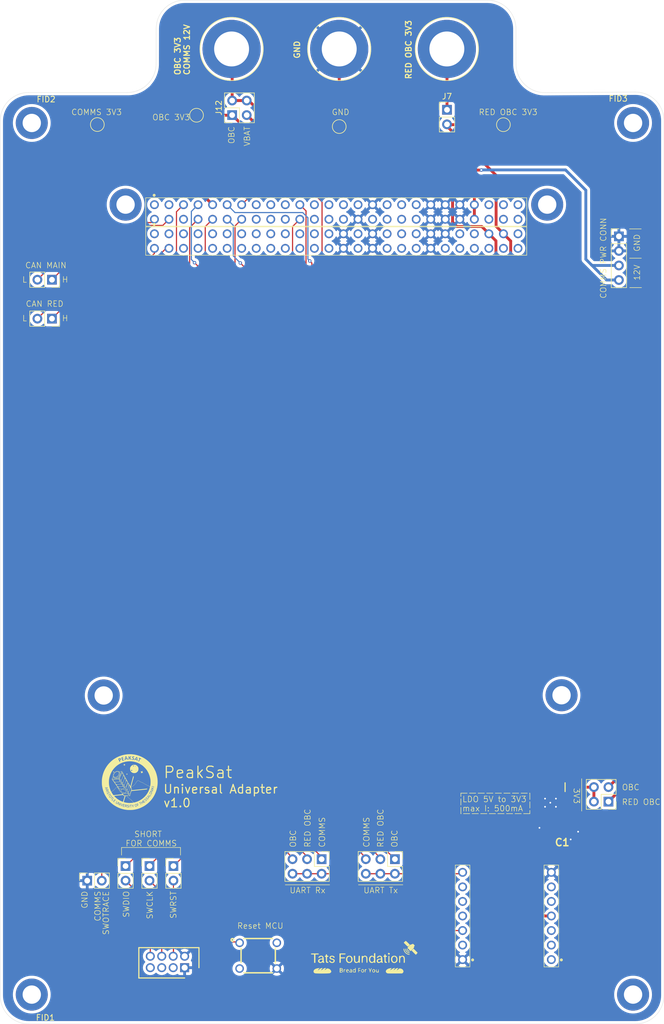
<source format=kicad_pcb>
(kicad_pcb (version 20240108) (generator "pcbnew") (generator_version "8.0")
  (layers (0 "F.Cu" signal) (31 "B.Cu" signal) (34 "B.Paste" user) (35 "F.Paste" user) (36 "B.SilkS" user "B.Silkscreen") (37 "F.SilkS" user "F.Silkscreen") (38 "B.Mask" user) (39 "F.Mask" user) (44 "Edge.Cuts" user))
  (net 0 "")
  (net 12 "/CANH_B")
  (net 17 "/RED_OBC_Tx")
  (net 18 "/CANL_B")
  (net 20 "GND")
  (net 22 "/COMMS_RST")
  (net 26 "/COMMS_3V3_REF")
  (net 30 "/COMMS_SWOTRACE")
  (net 36 "/COMMS_SWD")
  (net 37 "/OBC_Tx")
  (net 38 "/COMMS_SWCLK")
  (net 40 "/COMMS_Tx")
  (net 42 "/RED_OBC_Rx")
  (net 44 "/COMMS_Rx")
  (net 45 "/OBC_Rx")
  (net 50 "/UART_Tx")
  (net 51 "/UART_Rx")
  (net 53 "/COMMS_12V")
  (net 54 "Net-(J5-Pin_1)")
  (net 55 "/3V3_OBC")
  (net 56 "/3V3_RED_OBC")
  (net 57 "/SWRST")
  (net 60 "/SWDIO")
  (net 62 "/SWCLK")
  (net 68 "/CANL_A")
  (net 69 "/CANH_A")
  (net 118 "/USB_5V")
  (net 123 "/VBAT")
  (net 124 "/LDO_OUT")
  (footprint "TestPoint:TestPoint_Pad_D2.0mm" (layer "F.Cu") (at 92.35 34.775)
    (property "Reference" "TP2" (hide yes))
    (property "Value" "TestPoint" (hide yes))
  )
  (footprint "Connector_PinSocket_2.54mm:PinSocket_1x02_P2.54mm_Vertical" (layer "F.Cu") (at 67.1 70.3 -90)
    (property "Reference" "J20" (hide yes))
    (property "Value" "Conn_01x02_Pin" (hide yes))
  )
  (footprint "Fiducial:Fiducial_0.5mm_Mask1mm" (layer "F.Cu") (at 168.6 31.875)
    (property "Reference" "FID3")
    (property "Value" "Fiducial" (hide yes))
  )
  (footprint "LOGO" (layer "F.Cu") (at 121.475 181.754213)
    (property "Reference" "G***" (hide yes))
    (property "Value" "LOGO" (hide yes))
  )
  (footprint "MountingHole:MountingHole_3.2mm_M3_DIN965_Pad" (layer "F.Cu") (at 76.137 136.109)
    (property "Reference" "H7" (hide yes))
    (property "Value" "MountingHole_Pad" (hide yes))
  )
  (footprint "SamacSys_Parts:TSW-107-XX-YY-S" (layer "F.Cu") (at 154.325 182.24 90)
    (property "Reference" "J9" (hide yes))
    (property "Value" "TSW-107-24-L-S" (hide yes))
  )
  (footprint "MountingHole:MountingHole_3.2mm_M3_DIN965_Pad" (layer "F.Cu") (at 153.6 50.385)
    (property "Reference" "H6" (hide yes))
    (property "Value" "MountingHole_Pad" (hide yes))
  )
  (footprint "SamacSys_Parts:SHDR8W60P200_2X4_1000X500X690P" (layer "F.Cu") (at 90.275 183.65)
    (property "Reference" "J8" (hide yes))
    (property "Value" "DF11-8DP-2DSA_24_" (hide yes))
  )
  (footprint "SamacSys_Parts:CAPC2012X140N" (layer "F.Cu") (at 156.875 159.9 180)
    (property "Reference" "C1")
    (property "Value" "KAF21KR71H105KU" (hide yes))
  )
  (footprint "MountingHole:MountingHole_3.2mm_M3_DIN965_Pad" (layer "F.Cu") (at 156.107 136.069)
    (property "Reference" "H8" (hide yes))
    (property "Value" "MountingHole_Pad" (hide yes))
  )
  (footprint "Connector_PinHeader_2.54mm:PinHeader_1x02_P2.54mm_Vertical" (layer "F.Cu") (at 88.31875 165.9)
    (property "Reference" "J14" (hide yes))
    (property "Value" "Conn_01x02_Pin" (hide yes))
  )
  (footprint "Connector_PinHeader_2.54mm:PinHeader_2x03_P2.54mm_Vertical" (layer "F.Cu") (at 127 164.7 -90)
    (property "Reference" "J11" (hide yes))
    (property "Value" "Conn_02x03_Odd_Even" (hide yes))
  )
  (footprint "Connector:Banana_Jack_1Pin" (layer "F.Cu") (at 117.275 23.2)
    (property "Reference" "J4" (hide yes))
    (property "Value" "Conn_01x01_Socket" (hide yes))
  )
  (footprint "MountingHole:MountingHole_3.2mm_M3_DIN965_Pad" (layer "F.Cu") (at 168.6 36.125)
    (property "Reference" "H3" (hide yes))
    (property "Value" "MountingHole_Pad" (hide yes))
  )
  (footprint "MountingHole:MountingHole_3.2mm_M3_DIN965_Pad" (layer "F.Cu") (at 79.96 50.385)
    (property "Reference" "H5" (hide yes))
    (property "Value" "MountingHole_Pad" (hide yes))
  )
  (footprint "TestPoint:TestPoint_Pad_D2.0mm" (layer "F.Cu") (at 145.95 36.425)
    (property "Reference" "TP3" (hide yes))
    (property "Value" "TestPoint" (hide yes))
  )
  (footprint "Connector_PinHeader_2.54mm:PinHeader_1x04_P2.54mm_Vertical" (layer "F.Cu") (at 166.125 55.93)
    (property "Reference" "J10" (hide yes))
    (property "Value" "Conn_01x04_Pin" (hide yes))
  )
  (footprint "TestPoint:TestPoint_Pad_D2.0mm" (layer "F.Cu") (at 75.025 36.4)
    (property "Reference" "TP1" (hide yes))
    (property "Value" "TestPoint" (hide yes))
  )
  (footprint "SamacSys_Parts:SOIC127P600X170-9N" (layer "F.Cu") (at 154.145 154.838 -90)
    (property "Reference" "IC1" (hide yes))
    (property "Value" "TPS7B8633QDDARQ1" (hide yes))
  )
  (footprint "LOGO" (layer "F.Cu") (at 80.75 151.225)
    (property "Reference" "G***" (hide yes))
    (property "Value" "LOGO" (hide yes))
  )
  (footprint "SamacSys_Parts:TSW-107-XX-YY-S" (layer "F.Cu") (at 138.825 182.24 90)
    (property "Reference" "J2" (hide yes))
    (property "Value" "TSW-107-24-L-S" (hide yes))
  )
  (footprint "Connector_PinSocket_2.54mm:PinSocket_1x02_P2.54mm_Vertical" (layer "F.Cu") (at 73.26 168.45 90)
    (property "Reference" "J26" (hide yes))
    (property "Value" "Conn_01x02_Pin" (hide yes))
  )
  (footprint "MountingHole:MountingHole_3.2mm_M3_DIN965_Pad" (layer "F.Cu") (at 168.6 188.35)
    (property "Reference" "H4" (hide yes))
    (property "Value" "MountingHole_Pad" (hide yes))
  )
  (footprint "Connector_PinSocket_2.54mm:PinSocket_1x02_P2.54mm_Vertical" (layer "F.Cu") (at 67.1 63.5 -90)
    (property "Reference" "J21" (hide yes))
    (property "Value" "Conn_01x02_Pin" (hide yes))
  )
  (footprint "Fiducial:Fiducial_0.5mm_Mask1mm" (layer "F.Cu") (at 63.575 32)
    (property "Reference" "FID2")
    (property "Value" "Fiducial" (hide yes))
  )
  (footprint "Connector_PinHeader_2.54mm:PinHeader_1x02_P2.54mm_Vertical" (layer "F.Cu") (at 84.1375 165.9)
    (property "Reference" "J16" (hide yes))
    (property "Value" "Conn_01x02_Pin" (hide yes))
  )
  (footprint "TestPoint:TestPoint_Pad_D2.0mm" (layer "F.Cu") (at 117.275 36.75)
    (property "Reference" "TP4" (hide yes))
    (property "Value" "TestPoint" (hide yes))
  )
  (footprint "SamacSys_Parts:SSQ-126-XX-YYY-D" (layer "F.Cu") (at 84.998 50.401 180)
    (property "Reference" "J1" (hide yes))
    (property "Value" "SSQ-126-03-G-D" (hide yes))
  )
  (footprint "SamacSys_Parts:SSQ-126-XX-YYY-D" (layer "F.Cu") (at 84.998 55.481 180)
    (property "Reference" "J22" (hide yes))
    (property "Value" "SSQ-126-03-G-D" (hide yes))
  )
  (footprint "Fiducial:Fiducial_0.5mm_Mask1mm" (layer "F.Cu") (at 63.575 192.4)
    (property "Reference" "FID1")
    (property "Value" "Fiducial" (hide yes))
  )
  (footprint "Connector_PinHeader_2.54mm:PinHeader_2x02_P2.54mm_Vertical" (layer "F.Cu") (at 164.3 154.65 180)
    (property "Reference" "J6" (hide yes))
    (property "Value" "Conn_02x02_Odd_Even" (hide yes))
  )
  (footprint "MountingHole:MountingHole_3.2mm_M3_DIN965_Pad" (layer "F.Cu") (at 63.575 36.125)
    (property "Reference" "H1" (hide yes))
    (property "Value" "MountingHole_Pad" (hide yes))
  )
  (footprint "Connector:Banana_Jack_1Pin" (layer "F.Cu") (at 136.075 23.2)
    (property "Reference" "J5" (hide yes))
    (property "Value" "Conn_01x01_Socket" (hide yes))
  )
  (footprint "Connector_PinHeader_2.54mm:PinHeader_2x03_P2.54mm_Vertical" (layer "F.Cu") (at 114.2 164.7 -90)
    (property "Reference" "J13" (hide yes))
    (property "Value" "Conn_02x03_Odd_Even" (hide yes))
  )
  (footprint "Connector:Banana_Jack_1Pin" (layer "F.Cu") (at 98.475 23.2)
    (property "Reference" "J3" (hide yes))
    (property "Value" "Conn_01x01_Socket" (hide yes))
  )
  (footprint "SamacSys_Parts:FSM4JH" (layer "F.Cu") (at 103.125 181.55)
    (property "Reference" "S1" (hide yes))
    (property "Value" "FSM4JH" (hide yes))
  )
  (footprint "MountingHole:MountingHole_3.2mm_M3_DIN965_Pad" (layer "F.Cu") (at 63.575 188.35)
    (property "Reference" "H2" (hide yes))
    (property "Value" "MountingHole_Pad" (hide yes))
  )
  (footprint "Connector_PinHeader_2.54mm:PinHeader_2x02_P2.54mm_Vertical" (layer "F.Cu") (at 98.575 34.75 90)
    (property "Reference" "J12")
    (property "Value" "Conn_02x02_Odd_Even" (hide yes))
  )
  (footprint "Connector_PinHeader_2.54mm:PinHeader_1x02_P2.54mm_Vertical" (layer "F.Cu") (at 136.1 33.825)
    (property "Reference" "J7")
    (property "Value" "Conn_01x02_Pin" (hide yes))
  )
  (footprint "Connector_PinHeader_2.54mm:PinHeader_1x02_P2.54mm_Vertical" (layer "F.Cu") (at 79.95625 165.9)
    (property "Reference" "J17" (hide yes))
    (property "Value" "Conn_01x02_Pin" (hide yes))
  )
  (gr_line (start 107.86 169.175) (end 115.6 169.175) (stroke (width 0.1)) (layer "F.SilkS"))
  (gr_line (start 79.25 162.66) (end 89.55 162.66) (stroke (width 0.1)) (layer "F.SilkS"))
  (gr_line (start 79.25 162.66) (end 79.25 163.99) (stroke (width 0.1)) (layer "F.SilkS"))
  (gr_line (start 167.975 54.625) (end 170.025 54.625) (stroke (width 0.1)) (layer "F.SilkS"))
  (gr_rect (start 138.525 153.175) (end 150.575 156.75) (stroke (width 0.1) (type dash)) (fill none) (layer "F.SilkS"))
  (gr_line (start 89.55 162.66) (end 89.55 163.99) (stroke (width 0.1)) (layer "F.SilkS"))
  (gr_line (start 159.625 150.65) (end 159.625 156.3) (stroke (width 0.1)) (layer "F.SilkS"))
  (gr_line (start 167.996 59.744047) (end 170.046 59.744047) (stroke (width 0.1)) (layer "F.SilkS"))
  (gr_line (start 168.025 64.875) (end 170.075 64.875) (stroke (width 0.1)) (layer "F.SilkS"))
  (gr_line (start 120.64 169.175) (end 128.38 169.175) (stroke (width 0.1)) (layer "F.SilkS"))
  (gr_arc (start 153.169791 30.819004) (mid 149.634345 29.360621) (end 148.163801 25.830217) (stroke (width 0.05)) (layer "Edge.Cuts"))
  (gr_arc (start 143.15 14.675) (mid 146.685534 16.139466) (end 148.150001 19.67519) (stroke (width 0.05)) (layer "Edge.Cuts"))
  (gr_line (start 58.05 188.475) (end 58.05 35.8) (stroke (width 0.05)) (layer "Edge.Cuts"))
  (gr_line (start 90.3 14.675) (end 143.15 14.675) (stroke (width 0.05)) (layer "Edge.Cuts"))
  (gr_line (start 174 35.825) (end 174 188.475) (stroke (width 0.05)) (layer "Edge.Cuts"))
  (gr_arc (start 58.05 35.8) (mid 59.514466 32.264466) (end 63.05 30.8) (stroke (width 0.05)) (layer "Edge.Cuts"))
  (gr_arc (start 63.05 193.475) (mid 59.514466 192.010534) (end 58.05 188.475) (stroke (width 0.05)) (layer "Edge.Cuts"))
  (gr_line (start 63.05 30.8) (end 80.286223 30.8) (stroke (width 0.05)) (layer "Edge.Cuts"))
  (gr_arc (start 168.993905 30.724005) (mid 172.569287 32.222118) (end 173.999999 35.825) (stroke (width 0.05)) (layer "Edge.Cuts"))
  (gr_arc (start 174 188.475) (mid 172.535534 192.010534) (end 169 193.475) (stroke (width 0.05)) (layer "Edge.Cuts"))
  (gr_arc (start 85.286211 25.811236) (mid 83.817783 29.339505) (end 80.286223 30.8) (stroke (width 0.05)) (layer "Edge.Cuts"))
  (gr_line (start 169 193.475) (end 63.05 193.475) (stroke (width 0.05)) (layer "Edge.Cuts"))
  (gr_line (start 148.150001 19.67519) (end 148.163801 25.830217) (stroke (width 0.05)) (layer "Edge.Cuts"))
  (gr_line (start 85.286211 25.811236) (end 85.300051 19.652363) (stroke (width 0.05)) (layer "Edge.Cuts"))
  (gr_line (start 153.169791 30.819004) (end 168.993905 30.724005) (stroke (width 0.05)) (layer "Edge.Cuts"))
  (gr_arc (start 85.300051 19.652363) (mid 86.764466 16.139466) (end 90.3 14.675) (stroke (width 0.05)) (layer "Edge.Cuts"))
  (gr_text "UART Rx" (at 108.560952 170.725 0) (layer "F.SilkS") (effects (font (size 1 1) (thickness 0.1)) (justify left bottom)))
  (gr_text "RED OBC" (at 125.075 162.7 90) (layer "F.SilkS") (effects (font (size 1 1) (thickness 0.1)) (justify left bottom)))
  (gr_text "SWCLK" (at 84.783334 175.232143 90) (layer "F.SilkS") (effects (font (size 1 1) (thickness 0.1)) (justify left bottom)))
  (gr_text "RED OBC 3V3\n" (at 129.975 28.575 90) (layer "F.SilkS") (effects (font (size 1 1) (thickness 0.2) (bold yes)) (justify left bottom)))
  (gr_text "L" (at 61.85 70.825 0) (layer "F.SilkS") (effects (font (size 1 1) (thickness 0.1)) (justify left bottom)))
  (gr_text "GND" (at 115.925 34.825 0) (layer "F.SilkS") (effects (font (size 1 1) (thickness 0.1)) (justify left bottom)))
  (gr_text "OBC 3V3" (at 84.575 35.725 0) (layer "F.SilkS") (effects (font (size 1 1) (thickness 0.1)) (justify left bottom)))
  (gr_text "12V" (at 169.875 63.7 90) (layer "F.SilkS") (effects (font (size 1 1) (thickness 0.1)) (justify left bottom)))
  (gr_text "SWDIO" (at 80.666668 174.946428 90) (layer "F.SilkS") (effects (font (size 1 1) (thickness 0.1)) (justify left bottom)))
  (gr_text "SWOTRACE" (at 77.125 177.994048 90) (layer "F.SilkS") (effects (font (size 1 1) (thickness 0.1)) (justify left bottom)))
  (gr_text "  SHORT\nFOR COMMS" (at 79.9 162.525 0) (layer "F.SilkS") (effects (font (size 1 1) (thickness 0.1)) (justify left bottom)))
  (gr_text "Universal Adapter\nv1.0" (at 86.466574 155.757781 0) (layer "F.SilkS") (effects (font (size 1.5 1.5) (thickness 0.2) (bold yes)) (justify left bottom)))
  (gr_text "OBC" (at 127.525 162.7 90) (layer "F.SilkS") (effects (font (size 1 1) (thickness 0.1)) (justify left bottom)))
  (gr_text "RED OBC" (at 166.6 155.3 0) (layer "F.SilkS") (effects (font (size 1 1) (thickness 0.1)) (justify left bottom)))
  (gr_text "L" (at 61.85 64.075 0) (layer "F.SilkS") (effects (font (size 1 1) (thickness 0.1)) (justify left bottom)))
  (gr_text "COMMS" (at 75.675 175.613095 90) (layer "F.SilkS") (effects (font (size 1 1) (thickness 0.1)) (justify left bottom)))
  (gr_text "GND" (at 73.4 173.375 90) (layer "F.SilkS") (effects (font (size 1 1) (thickness 0.1)) (justify left bottom)))
  (gr_text "VBAT" (at 101.775 40.253572 90) (layer "F.SilkS") (effects (font (size 1 1) (thickness 0.1)) (justify left bottom)))
  (gr_text "RED OBC" (at 112.3375 162.7 90) (layer "F.SilkS") (effects (font (size 1 1) (thickness 0.1)) (justify left bottom)))
  (gr_text "OBC" (at 109.8 162.7 90) (layer "F.SilkS") (effects (font (size 1 1) (thickness 0.1)) (justify left bottom)))
  (gr_text "UART Tx" (at 121.46 170.725 0) (layer "F.SilkS") (effects (font (size 1 1) (thickness 0.1)) (justify left bottom)))
  (gr_text "3V3" (at 158.15 152.2 270) (layer "F.SilkS") (effects (font (size 1 1) (thickness 0.1)) (justify left bottom)))
  (gr_text "CAN RED" (at 62.475 68.3 0) (layer "F.SilkS") (effects (font (size 1 1) (thickness 0.1)) (justify left bottom)))
  (gr_text "COMMS 3V3" (at 70.425 34.825 0) (layer "F.SilkS") (effects (font (size 1 1) (thickness 0.1)) (justify left bottom)))
  (gr_text "COMMS PWR CONN" (at 164 66.85 90) (layer "F.SilkS") (effects (font (size 1 1) (thickness 0.1)) (justify left bottom)))
  (gr_text "Reset MCU" (at 99.4 176.925 0) (layer "F.SilkS") (effects (font (size 1 1) (thickness 0.1)) (justify left bottom)))
  (gr_text "OBC" (at 99.05 39.825 90) (layer "F.SilkS") (effects (font (size 1 1) (thickness 0.1)) (justify left bottom)))
  (gr_text "H" (at 68.8 64.075 0) (layer "F.SilkS") (effects (font (size 1 1) (thickness 0.1)) (justify left bottom)))
  (gr_text "H" (at 68.8 70.825 0) (layer "F.SilkS") (effects (font (size 1 1) (thickness 0.1)) (justify left bottom)))
  (gr_text "OBC" (at 166.6 152.73 0) (layer "F.SilkS") (effects (font (size 1 1) (thickness 0.1)) (justify left bottom)))
  (gr_text "OBC 3V3\nCOMMS 12V" (at 91.25 27.860714 90) (layer "F.SilkS") (effects (font (size 1 1) (thickness 0.2) (bold yes)) (justify left bottom)))
  (gr_text "COMMS" (at 114.875 162.7 90) (layer "F.SilkS") (effects (font (size 1 1) (thickness 0.1)) (justify left bottom)))
  (gr_text "CAN MAIN" (at 62.375 61.575 0) (layer "F.SilkS") (effects (font (size 1 1) (thickness 0.1)) (justify left bottom)))
  (gr_text "LDO 5V to 3V3\nmax I: 500mA\n" (at 138.725 156.425 0) (layer "F.SilkS") (effects (font (size 1 1) (thickness 0.1)) (justify left bottom)))
  (gr_text "GND\n" (at 169.875 58.65 90) (layer "F.SilkS") (effects (font (size 1 1) (thickness 0.1)) (justify left bottom)))
  (gr_text "PeakSat" (at 86.466574 150.706491 0) (layer "F.SilkS") (effects (font (size 2 2) (thickness 0.2) (bold yes)) (justify left bottom)))
  (gr_text "COMMS" (at 122.625 162.7 90) (layer "F.SilkS") (effects (font (size 1 1) (thickness 0.1)) (justify left bottom)))
  (gr_text "RED OBC 3V3\n" (at 141.6 34.825 0) (layer "F.SilkS") (effects (font (size 1 1) (thickness 0.1)) (justify left bottom)))
  (gr_text "GND\n" (at 110.5 24.979762 90) (layer "F.SilkS") (effects (font (size 1 1) (thickness 0.2) (bold yes)) (justify left bottom)))
  (gr_text "SWRST" (at 88.9 175.136905 90) (layer "F.SilkS") (effects (font (size 1 1) (thickness 0.1)) (justify left bottom)))
  (segment (start 68.725 61.875) (end 67.1 63.5) (width 0.2) (layer "F.Cu") (net 12))
  (segment (start 74.75 61.875) (end 68.725 61.875) (width 0.2) (layer "F.Cu") (net 12))
  (segment (start 87.538 52.941) (end 86.463 54.016) (width 0.2) (layer "F.Cu") (net 12))
  (segment (start 82.609 54.016) (end 74.75 61.875) (width 0.2) (layer "F.Cu") (net 12))
  (segment (start 86.463 54.016) (end 82.609 54.016) (width 0.2) (layer "F.Cu") (net 12))
  (segment (start 100.575 153.15) (end 100.575 61.15) (width 0.2) (layer "F.Cu") (net 17))
  (segment (start 111.66 164.7) (end 111.66 164.235) (width 0.2) (layer "F.Cu") (net 17))
  (segment (start 100.575 61.15) (end 100 60.575) (width 0.2) (layer "F.Cu") (net 17))
  (segment (start 111.66 164.235) (end 100.575 153.15) (width 0.2) (layer "F.Cu") (net 17))
  (via (at 100 60.575) (size 0.6) (drill 0.3) (layers "F.Cu" "B.Cu") (net 17))
  (segment (start 100 60.575) (end 98.773 59.348) (width 0.2) (layer "B.Cu") (net 17))
  (segment (start 98.773 59.348) (end 98.773 54.016) (width 0.2) (layer "B.Cu") (net 17))
  (segment (start 98.773 54.016) (end 97.698 52.941) (width 0.2) (layer "B.Cu") (net 17))
  (segment (start 84.998 52.941) (end 84.414 53.525) (width 0.2) (layer "F.Cu") (net 18))
  (segment (start 74.375 61.25) (end 66.81 61.25) (width 0.2) (layer "F.Cu") (net 18))
  (segment (start 84.414 53.525) (end 82.1 53.525) (width 0.2) (layer "F.Cu") (net 18))
  (segment (start 82.1 53.525) (end 74.375 61.25) (width 0.2) (layer "F.Cu") (net 18))
  (segment (start 66.81 61.25) (end 64.56 63.5) (width 0.2) (layer "F.Cu") (net 18))
  (segment (start 157.685 159.9) (end 157.685 161.235) (width 0.5) (layer "F.Cu") (net 20))
  (segment (start 152.24 159.215) (end 152.25 159.225) (width 0.2) (layer "F.Cu") (net 20))
  (segment (start 157.685 161.235) (end 157.7 161.25) (width 0.2) (layer "F.Cu") (net 20))
  (segment (start 117.275 36.75) (end 117.275 23.2) (width 0.5) (layer "F.Cu") (net 20))
  (segment (start 152.24 157.55) (end 152.24 159.215) (width 0.5) (layer "F.Cu") (net 20))
  (segment (start 157.685 159.9) (end 159 159.9) (width 0.5) (layer "F.Cu") (net 20))
  (via (at 154.145 154.838) (size 0.6) (drill 0.3) (layers "F.Cu" "B.Cu") (net 20))
  (via (at 159 159.9) (size 0.6) (drill 0.3) (layers "F.Cu" "B.Cu") (net 20))
  (via (at 155.125 155.55) (size 0.6) (drill 0.3) (layers "F.Cu" "B.Cu") (net 20))
  (via (at 153.225 155.55) (size 0.6) (drill 0.3) (layers "F.Cu" "B.Cu") (net 20))
  (via (at 153.225 154.125) (size 0.6) (drill 0.3) (layers "F.Cu" "B.Cu") (net 20))
  (via (at 157.7 161.25) (size 0.6) (drill 0.3) (layers "F.Cu" "B.Cu") (net 20))
  (via (at 152.25 159.225) (size 0.6) (drill 0.3) (layers "F.Cu" "B.Cu") (net 20))
  (via (at 155.125 154.125) (size 0.6) (drill 0.3) (layers "F.Cu" "B.Cu") (net 20))
  (segment (start 93.875 160.375) (end 93.875 54.224) (width 0.2) (layer "F.Cu") (net 22))
  (segment (start 93.875 54.224) (end 95.158 52.941) (width 0.2) (layer "F.Cu") (net 22))
  (segment (start 88.31875 165.9) (end 88.35 165.9) (width 0.2) (layer "F.Cu") (net 22))
  (segment (start 88.35 165.9) (end 93.875 160.375) (width 0.2) (layer "F.Cu") (net 22))
  (segment (start 75.025 36.4) (end 81.157 36.4) (width 0.5) (layer "F.Cu") (net 26))
  (segment (start 81.157 36.4) (end 95.158 50.401) (width 0.5) (layer "F.Cu") (net 26))
  (segment (start 90.078 50.401) (end 88.85 51.629) (width 0.2) (layer "F.Cu") (net 30))
  (segment (start 75.8 165.75) (end 75.8 168.45) (width 0.2) (layer "F.Cu") (net 30))
  (segment (start 88.85 152.7) (end 75.8 165.75) (width 0.2) (layer "F.Cu") (net 30))
  (segment (start 88.85 51.629) (end 88.85 152.7) (width 0.2) (layer "F.Cu") (net 30))
  (segment (start 79.95625 165.9) (end 80.025 165.9) (width 0.2) (layer "F.Cu") (net 36))
  (segment (start 91.15 58.43928) (end 91.153 58.43628) (width 0.2) (layer "F.Cu") (net 36))
  (segment (start 91.153 58.43628) (end 91.153 54.406) (width 0.2) (layer "F.Cu") (net 36))
  (segment (start 91.153 54.406) (end 92.618 52.941) (width 0.2) (layer "F.Cu") (net 36))
  (segment (start 80.025 165.9) (end 91.15 154.775) (width 0.2) (layer "F.Cu") (net 36))
  (segment (start 91.15 154.775) (end 91.15 58.43928) (width 0.2) (layer "F.Cu") (net 36))
  (segment (start 99.075 154.4) (end 99.075 54.104) (width 0.2) (layer "F.Cu") (net 37))
  (segment (start 109.12 164.7) (end 109.12 164.445) (width 0.2) (layer "F.Cu") (net 37))
  (segment (start 109.12 164.445) (end 99.075 154.4) (width 0.2) (layer "F.Cu") (net 37))
  (segment (start 99.075 54.104) (end 100.238 52.941) (width 0.2) (layer "F.Cu") (net 37))
  (segment (start 92.525 157.425) (end 84.1375 165.8125) (width 0.2) (layer "F.Cu") (net 38))
  (segment (start 92.525 61.05) (end 92.525 157.425) (width 0.2) (layer "F.Cu") (net 38))
  (segment (start 92 60.525) (end 92.525 61.05) (width 0.2) (layer "F.Cu") (net 38))
  (segment (start 84.1375 165.8125) (end 84.1375 165.9) (width 0.2) (layer "F.Cu") (net 38))
  (via (at 92 60.525) (size 0.6) (drill 0.3) (layers "F.Cu" "B.Cu") (net 38))
  (segment (start 92 60.525) (end 91.45 59.975) (width 0.2) (layer "B.Cu") (net 38))
  (segment (start 91.45 59.975) (end 91.45 51.569) (width 0.2) (layer "B.Cu") (net 38))
  (segment (start 91.45 51.569) (end 92.618 50.401) (width 0.2) (layer "B.Cu") (net 38))
  (segment (start 114.2 164.7) (end 114.2 164.325) (width 0.2) (layer "F.Cu") (net 40))
  (segment (start 109.125 54.214) (end 110.398 52.941) (width 0.2) (layer "F.Cu") (net 40))
  (segment (start 114.2 164.325) (end 109.125 159.25) (width 0.2) (layer "F.Cu") (net 40))
  (segment (start 109.125 159.25) (end 109.125 54.214) (width 0.2) (layer "F.Cu") (net 40))
  (segment (start 112.5 152.525) (end 124.46 164.485) (width 0.2) (layer "F.Cu") (net 42))
  (segment (start 124.46 164.485) (end 124.46 164.7) (width 0.2) (layer "F.Cu") (net 42))
  (segment (start 112.125 60.225) (end 112.5 60.6) (width 0.2) (layer "F.Cu") (net 42))
  (segment (start 124.46 164.7) (end 124.51 164.65) (width 0.2) (layer "F.Cu") (net 42))
  (segment (start 112.5 60.6) (end 112.5 152.525) (width 0.2) (layer "F.Cu") (net 42))
  (segment (start 124.51 164.65) (end 124.51 164.51) (width 0.2) (layer "F.Cu") (net 42))
  (via (at 112.125 60.225) (size 0.6) (drill 0.3) (layers "F.Cu" "B.Cu") (net 42))
  (segment (start 111.8 59.9) (end 111.8 52.675) (width 0.2) (layer "B.Cu") (net 42))
  (segment (start 110.9 51.775) (end 99.072 51.775) (width 0.2) (layer "B.Cu") (net 42))
  (segment (start 112.125 60.225) (end 111.8 59.9) (width 0.2) (layer "B.Cu") (net 42))
  (segment (start 99.072 51.775) (end 97.698 50.401) (width 0.2) (layer "B.Cu") (net 42))
  (segment (start 111.8 52.675) (end 110.9 51.775) (width 0.2) (layer "B.Cu") (net 42))
  (segment (start 121.97 164.495) (end 111.475 154) (width 0.2) (layer "F.Cu") (net 44))
  (segment (start 111.475 51.478) (end 110.398 50.401) (width 0.2) (layer "F.Cu") (net 44))
  (segment (start 121.97 164.51) (end 121.97 164.495) (width 0.2) (layer "F.Cu") (net 44))
  (segment (start 111.475 154) (end 111.475 51.478) (width 0.2) (layer "F.Cu") (net 44))
  (segment (start 114.275 49.925) (end 113.175 48.825) (width 0.2) (layer "F.Cu") (net 45))
  (segment (start 113.175 48.825) (end 101.814 48.825) (width 0.2) (layer "F.Cu") (net 45))
  (segment (start 127 164.7) (end 114.275 151.975) (width 0.2) (layer "F.Cu") (net 45))
  (segment (start 101.814 48.825) (end 100.238 50.401) (width 0.2) (layer "F.Cu") (net 45))
  (segment (start 114.275 151.975) (end 114.275 49.925) (width 0.2) (layer "F.Cu") (net 45))
  (segment (start 109.12 167.24) (end 111.66 167.24) (width 0.2) (layer "F.Cu") (net 50))
  (segment (start 111.66 167.24) (end 114.2 167.24) (width 0.2) (layer "F.Cu") (net 50))
  (segment (start 126.86 177.16) (end 138.825 177.16) (width 0.2) (layer "F.Cu") (net 50))
  (segment (start 116.94 167.24) (end 126.86 177.16) (width 0.2) (layer "F.Cu") (net 50))
  (segment (start 114.2 167.24) (end 116.94 167.24) (width 0.2) (layer "F.Cu") (net 50))
  (segment (start 121.92 167.24) (end 124.46 167.24) (width 0.2) (layer "F.Cu") (net 51))
  (segment (start 127 167.24) (end 138.585 167.24) (width 0.2) (layer "F.Cu") (net 51))
  (segment (start 138.585 167.24) (end 138.825 167) (width 0.2) (layer "F.Cu") (net 51))
  (segment (start 124.46 167.24) (end 127 167.24) (width 0.2) (layer "F.Cu") (net 51))
  (segment (start 142.1 44.35) (end 113.6 44.35) (width 0.5) (layer "F.Cu") (net 53))
  (segment (start 101.46 32.21) (end 101.115 32.21) (width 0.5) (layer "F.Cu") (net 53))
  (segment (start 101.115 32.21) (end 98.575 32.21) (width 0.5) (layer "F.Cu") (net 53))
  (segment (start 98.575 23.3) (end 98.475 23.2) (width 0.5) (layer "F.Cu") (net 53))
  (segment (start 98.575 32.21) (end 98.575 23.3) (width 0.5) (layer "F.Cu") (net 53))
  (segment (start 113.6 44.35) (end 101.46 32.21) (width 0.5) (layer "F.Cu") (net 53))
  (segment (start 98.625 32.5) (end 98.6 32.475) (width 0.5) (layer "F.Cu") (net 53))
  (via (at 142.1 44.35) (size 0.6) (drill 0.3) (layers "F.Cu" "B.Cu") (net 53))
  (segment (start 160.35 47.875) (end 160.35 59.925) (width 0.5) (layer "B.Cu") (net 53))
  (segment (start 166.125 63.55) (end 163.975 63.55) (width 0.5) (layer "B.Cu") (net 53))
  (segment (start 161.2875 60.8625) (end 161.435 61.01) (width 0.5) (layer "B.Cu") (net 53))
  (segment (start 163.975 63.55) (end 161.2875 60.8625) (width 0.5) (layer "B.Cu") (net 53))
  (segment (start 142.1 44.35) (end 142.125 44.325) (width 0.5) (layer "B.Cu") (net 53))
  (segment (start 160.35 59.925) (end 161.2875 60.8625) (width 0.5) (layer "B.Cu") (net 53))
  (segment (start 142.125 44.325) (end 156.8 44.325) (width 0.5) (layer "B.Cu") (net 53))
  (segment (start 161.435 61.01) (end 166.125 61.01) (width 0.5) (layer "B.Cu") (net 53))
  (segment (start 156.8 44.325) (end 160.35 47.875) (width 0.5) (layer "B.Cu") (net 53))
  (segment (start 136.1 23.225) (end 136.075 23.2) (width 0.2) (layer "F.Cu") (net 54))
  (segment (start 136.1 33.825) (end 136.1 23.225) (width 0.5) (layer "F.Cu") (net 54))
  (segment (start 111.25 47.4) (end 134.975 47.4) (width 0.5) (layer "F.Cu") (net 55))
  (segment (start 144.65 63.825) (end 144.65 56.713) (width 0.5) (layer "F.Cu") (net 55))
  (segment (start 144.65 56.713) (end 143.418 55.481) (width 0.5) (layer "F.Cu") (net 55))
  (segment (start 98.55 34.775) (end 98.575 34.75) (width 0.5) (layer "F.Cu") (net 55))
  (segment (start 137.075 49.5) (end 137.075 53.45) (width 0.5) (layer "F.Cu") (net 55))
  (segment (start 134.975 47.4) (end 137.075 49.5) (width 0.5) (layer "F.Cu") (net 55))
  (segment (start 98.6 34.75) (end 111.25 47.4) (width 0.5) (layer "F.Cu") (net 55))
  (segment (start 137.075 53.45) (end 137.833 54.208) (width 0.5) (layer "F.Cu") (net 55))
  (segment (start 92.35 34.775) (end 98.55 34.775) (width 0.5) (layer "F.Cu") (net 55))
  (segment (start 98.575 34.75) (end 98.6 34.75) (width 0.5) (layer "F.Cu") (net 55))
  (segment (start 166.525 149.885) (end 166.525 85.7) (width 0.5) (layer "F.Cu") (net 55))
  (segment (start 137.833 54.208) (end 142.175 54.208) (width 0.5) (layer "F.Cu") (net 55))
  (segment (start 142.175 54.208) (end 143.418 55.451) (width 0.5) (layer "F.Cu") (net 55))
  (segment (start 166.525 85.7) (end 144.65 63.825) (width 0.5) (layer "F.Cu") (net 55))
  (segment (start 164.3 152.11) (end 166.525 149.885) (width 0.5) (layer "F.Cu") (net 55))
  (segment (start 144.675 54.168) (end 145.958 55.451) (width 0.5) (layer "F.Cu") (net 56))
  (segment (start 168.95 150) (end 164.3 154.65) (width 0.5) (layer "F.Cu") (net 56))
  (segment (start 136.1 36.7) (end 144.675 45.275) (width 0.5) (layer "F.Cu") (net 56))
  (segment (start 136.1 36.365) (end 136.1 36.7) (width 0.5) (layer "F.Cu") (net 56))
  (segment (start 144.675 45.275) (end 144.675 54.168) (width 0.5) (layer "F.Cu") (net 56))
  (segment (start 136.34 36.365) (end 136.4 36.425) (width 0.5) (layer "F.Cu") (net 56))
  (segment (start 147.225 64.175) (end 168.95 85.9) (width 0.5) (layer "F.Cu") (net 56))
  (segment (start 136.4 36.425) (end 145.95 36.425) (width 0.5) (layer "F.Cu") (net 56))
  (segment (start 136.1 36.365) (end 136.34 36.365) (width 0.5) (layer "F.Cu") (net 56))
  (segment (start 147.225 56.748) (end 147.225 64.175) (width 0.5) (layer "F.Cu") (net 56))
  (segment (start 145.958 55.481) (end 147.225 56.748) (width 0.5) (layer "F.Cu") (net 56))
  (segment (start 168.95 85.9) (end 168.95 150) (width 0.5) (layer "F.Cu") (net 56))
  (segment (start 89.025 179.15) (end 88.31875 179.85625) (width 0.2) (layer "F.Cu") (net 57))
  (segment (start 88.31875 181.60625) (end 88.275 181.65) (width 0.2) (layer "F.Cu") (net 57))
  (segment (start 99.875 179.3) (end 99.725 179.15) (width 0.2) (layer "F.Cu") (net 57))
  (segment (start 88.31875 168.44) (end 88.31875 181.60625) (width 0.2) (layer "F.Cu") (net 57))
  (segment (start 99.725 179.15) (end 89.025 179.15) (width 0.2) (layer "F.Cu") (net 57))
  (segment (start 88.31875 179.85625) (end 88.31875 181.60625) (width 0.2) (layer "F.Cu") (net 57))
  (segment (start 84.275 172.75) (end 84.275 181.65) (width 0.2) (layer "F.Cu") (net 60))
  (segment (start 79.95625 168.44) (end 79.965 168.44) (width 0.2) (layer "F.Cu") (net 60))
  (segment (start 79.965 168.44) (end 84.275 172.75) (width 0.2) (layer "F.Cu") (net 60))
  (segment (start 84.1375 168.44) (end 86.275 170.5775) (width 0.2) (layer "F.Cu") (net 62))
  (segment (start 86.275 170.5775) (end 86.275 181.65) (width 0.2) (layer "F.Cu") (net 62))
  (segment (start 84.998 58.902) (end 75.75 68.15) (width 0.2) (layer "F.Cu") (net 68))
  (segment (start 66.71 68.15) (end 64.56 70.3) (width 0.2) (layer "F.Cu") (net 68))
  (segment (start 75.75 68.15) (end 66.71 68.15) (width 0.2) (layer "F.Cu") (net 68))
  (segment (start 84.998 57.991) (end 84.998 58.902) (width 0.2) (layer "F.Cu") (net 68))
  (segment (start 87.059 57.991) (end 76.175 68.875) (width 0.2) (layer "F.Cu") (net 69))
  (segment (start 87.538 57.991) (end 87.059 57.991) (width 0.2) (layer "F.Cu") (net 69))
  (segment (start 76.175 68.875) (end 68.525 68.875) (width 0.2) (layer "F.Cu") (net 69))
  (segment (start 68.525 68.875) (end 67.1 70.3) (width 0.2) (layer "F.Cu") (net 69))
  (segment (start 156.065 159.9) (end 156.065 157.565) (width 0.5) (layer "F.Cu") (net 118))
  (segment (start 154.95 159.9) (end 156.065 159.9) (width 0.5) (layer "F.Cu") (net 118))
  (segment (start 154.78 157.55) (end 156.05 157.55) (width 0.5) (layer "F.Cu") (net 118))
  (segment (start 156.065 157.565) (end 156.05 157.55) (width 0.5) (layer "F.Cu") (net 118))
  (segment (start 153.095 174.62) (end 152.175 173.7) (width 0.5) (layer "F.Cu") (net 118))
  (segment (start 152.175 162.675) (end 154.95 159.9) (width 0.5) (layer "F.Cu") (net 118))
  (segment (start 154.325 174.62) (end 153.095 174.62) (width 0.5) (layer "F.Cu") (net 118))
  (segment (start 152.175 173.7) (end 152.175 162.675) (width 0.5) (layer "F.Cu") (net 118))
  (segment (start 112.325 45.925) (end 137.9 45.925) (width 0.5) (layer "F.Cu") (net 123))
  (segment (start 140.878 50.401) (end 140.878 52.941) (width 0.5) (layer "F.Cu") (net 123))
  (segment (start 101.15 34.75) (end 112.325 45.925) (width 0.5) (layer "F.Cu") (net 123))
  (segment (start 137.9 45.925) (end 140.878 48.903) (width 0.5) (layer "F.Cu") (net 123))
  (segment (start 140.878 48.903) (end 140.878 50.401) (width 0.5) (layer "F.Cu") (net 123))
  (segment (start 101.115 34.75) (end 101.15 34.75) (width 0.5) (layer "F.Cu") (net 123))
  (segment (start 161.76 154.65) (end 161.76 152.11) (width 0.5) (layer "F.Cu") (net 124))
  (segment (start 161.744 152.126) (end 161.76 152.11) (width 0.5) (layer "F.Cu") (net 124))
  (segment (start 156.05 152.126) (end 161.744 152.126) (width 0.5) (layer "F.Cu") (net 124))
  (zone (net 20) (net_name "GND") (layer "B.Cu") (connect_pads (clearance 0.5)) (min_thickness 0.25) (fill yes (thermal_gap 0.5) (thermal_bridge_width 0.5))
    (polygon (pts (xy 173.999987 35.826471) (xy 173.999983 35.826471) (xy 173.997676 35.6081) (xy 173.959582 35.173023) (xy 173.883686 34.742927) (xy 173.770564 34.321089) (xy 173.62108 33.910727) (xy 173.436373 33.514966) (xy 173.217851 33.136824) (xy 172.96718 32.779183) (xy 172.686269 32.44477) (xy 172.377261 32.136132) (xy 172.04251 31.855623) (xy 171.684569 31.605381) (xy 171.306165 31.387313) (xy 170.910183 31.203081) (xy 170.499641 31.05409) (xy 170.077668 30.941475) (xy 169.647481 30.866095) (xy 169.212358 30.828523) (xy 168.993985 30.826478) (xy 151.45 30.875) (xy 149.325 29.725) (xy 148.172461 28.25) (xy 148.149988 19.701661) (xy 148.147696 19.483451) (xy 148.109675 19.048691) (xy 148.033907 18.6189) (xy 147.920966 18.197348) (xy 147.771714 17.787243) (xy 147.587286 17.391708) (xy 147.369086 17.013752) (xy 147.118775 16.656253) (xy 146.838257 16.32193) (xy 146.529668 16.013329) (xy 146.195356 15.732799) (xy 145.837866 15.482474) (xy 145.459919 15.264259) (xy 145.06439 15.079816) (xy 144.654292 14.930549) (xy 144.232744 14.817593) (xy 143.802955 14.741807) (xy 143.368197 14.70377) (xy 143.149987 14.701471) (xy 90.299987 14.701471) (xy 90.082414 14.703811) (xy 89.648915 14.741628) (xy 89.220342 14.816974) (xy 88.799939 14.929281) (xy 88.390886 15.077698) (xy 87.996279 15.261103) (xy 87.619104 15.478106) (xy 87.262215 15.727068) (xy 86.928312 16.006103) (xy 86.619922 16.3131) (xy 86.339378 16.645736) (xy 86.088803 17.001495) (xy 85.870094 17.377684) (xy 85.684905 17.771456) (xy 85.534637 18.179833) (xy 85.420428 18.599723) (xy 85.343142 19.02795) (xy 85.303364 19.461274) (xy 85.300038 19.678834) (xy 85.275 28.15) (xy 84.225 29.7) (xy 82.275 30.826471) (xy 63.049987 30.826471) (xy 62.831786 30.828839) (xy 62.397044 30.866874) (xy 61.967271 30.942654) (xy 61.545738 31.055604) (xy 61.135654 31.204862) (xy 60.740139 31.389294) (xy 60.362203 31.607495) (xy 60.004723 31.857805) (xy 59.670419 32.13832) (xy 59.361836 32.446903) (xy 59.081321 32.781207) (xy 58.831011 33.138687) (xy 58.61281 33.516623) (xy 58.428378 33.912138) (xy 58.27912 34.322222) (xy 58.16617 34.743755) (xy 58.09039 35.173528) (xy 58.052355 35.60827) (xy 58.049987 35.826471) (xy 58.049987 188.501471) (xy 58.052355 188.719672) (xy 58.09039 189.154414) (xy 58.16617 189.584187) (xy 58.27912 190.00572) (xy 58.428378 190.415804) (xy 58.61281 190.811319) (xy 58.831011 191.189255) (xy 59.081321 191.546735) (xy 59.361836 191.881039) (xy 59.670419 192.189622) (xy 60.004723 192.470137) (xy 60.362203 192.720447) (xy 60.740139 192.938648) (xy 61.135654 193.12308) (xy 61.545738 193.272338) (xy 61.967271 193.385288) (xy 62.397044 193.461068) (xy 62.831786 193.499103) (xy 63.049987 193.501471) (xy 168.999987 193.501471) (xy 169.218188 193.499103) (xy 169.65293 193.461068) (xy 170.082703 193.385288) (xy 170.504236 193.272338) (xy 170.91432 193.12308) (xy 171.309835 192.938648) (xy 171.687771 192.720447) (xy 172.045251 192.470137) (xy 172.379555 192.189622) (xy 172.688138 191.881039) (xy 172.968653 191.546735) (xy 173.218963 191.189255) (xy 173.437164 190.811319) (xy 173.621596 190.415804) (xy 173.770854 190.00572) (xy 173.883804 189.584187) (xy 173.959584 189.154414) (xy 173.997619 188.719672) (xy 173.999987 188.501471)))
  )
)
</source>
